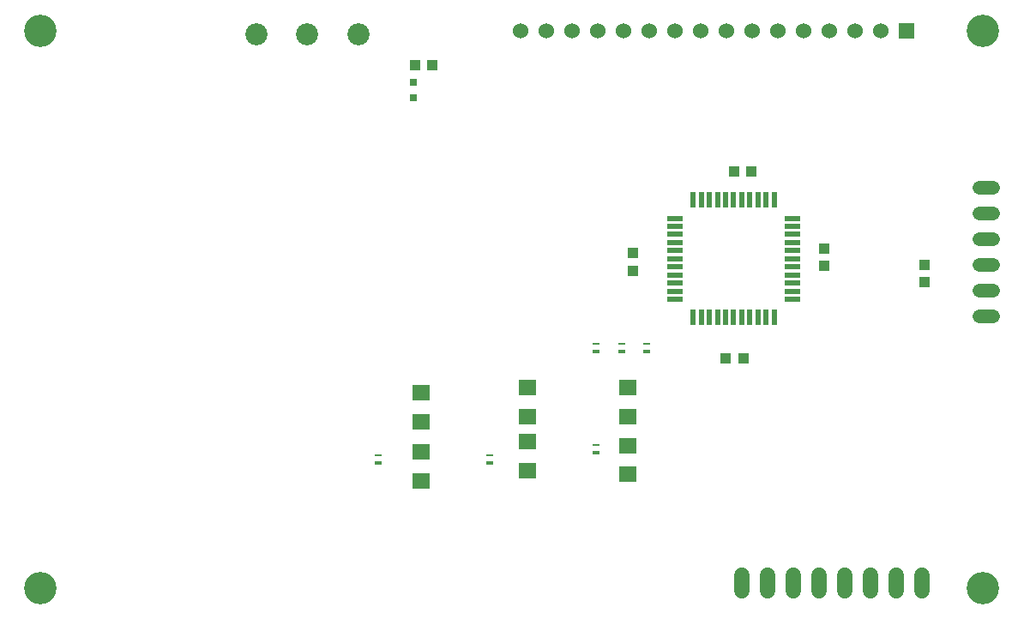
<source format=gbr>
G04 EAGLE Gerber RS-274X export*
G75*
%MOMM*%
%FSLAX34Y34*%
%LPD*%
%INSoldermask Top*%
%IPPOS*%
%AMOC8*
5,1,8,0,0,1.08239X$1,22.5*%
G01*
%ADD10R,1.000000X1.100000*%
%ADD11R,1.100000X1.000000*%
%ADD12R,0.500000X1.500000*%
%ADD13R,1.500000X0.500000*%
%ADD14R,1.803000X1.600000*%
%ADD15C,1.524000*%
%ADD16R,1.524000X1.524000*%
%ADD17C,1.524000*%
%ADD18C,3.200000*%
%ADD19R,0.700000X0.250000*%
%ADD20R,0.700000X0.450000*%
%ADD21C,1.371600*%
%ADD22C,2.184400*%
%ADD23R,0.800000X0.800000*%


D10*
X1000980Y558750D03*
X1000980Y541750D03*
D11*
X1093200Y455250D03*
X1110200Y455250D03*
D12*
X1140780Y611400D03*
X1132780Y611400D03*
X1124780Y611400D03*
X1116780Y611400D03*
X1108780Y611400D03*
X1100780Y611400D03*
X1092780Y611400D03*
X1084780Y611400D03*
X1076780Y611400D03*
X1068780Y611400D03*
X1060780Y611400D03*
D13*
X1042780Y593400D03*
X1042780Y585400D03*
X1042780Y577400D03*
X1042780Y569400D03*
X1042780Y561400D03*
X1042780Y553400D03*
X1042780Y545400D03*
X1042780Y537400D03*
X1042780Y529400D03*
X1042780Y521400D03*
X1042780Y513400D03*
D12*
X1060780Y495400D03*
X1068780Y495400D03*
X1076780Y495400D03*
X1084780Y495400D03*
X1092780Y495400D03*
X1100780Y495400D03*
X1108780Y495400D03*
X1116780Y495400D03*
X1124780Y495400D03*
X1132780Y495400D03*
X1140780Y495400D03*
D13*
X1158780Y513400D03*
X1158780Y521400D03*
X1158780Y529400D03*
X1158780Y537400D03*
X1158780Y545400D03*
X1158780Y553400D03*
X1158780Y561400D03*
X1158780Y569400D03*
X1158780Y577400D03*
X1158780Y585400D03*
X1158780Y593400D03*
D14*
X792560Y392740D03*
X792560Y421180D03*
X792560Y334240D03*
X792560Y362680D03*
X996160Y397740D03*
X996160Y426180D03*
X996160Y340510D03*
X996160Y368950D03*
X896860Y397740D03*
X896860Y426180D03*
X896860Y344240D03*
X896860Y372680D03*
D11*
X1288970Y530140D03*
X1288970Y547140D03*
D15*
X1286300Y240520D02*
X1286300Y225280D01*
X1260900Y225280D02*
X1260900Y240520D01*
X1235500Y240520D02*
X1235500Y225280D01*
X1210100Y225280D02*
X1210100Y240520D01*
X1184700Y240520D02*
X1184700Y225280D01*
X1159300Y225280D02*
X1159300Y240520D01*
X1133900Y240520D02*
X1133900Y225280D01*
X1108500Y225280D02*
X1108500Y240520D01*
D16*
X1271600Y778200D03*
D17*
X1246200Y778200D03*
X1220800Y778200D03*
X1195400Y778200D03*
X1170000Y778200D03*
X1144600Y778200D03*
X1119200Y778200D03*
X1093800Y778200D03*
X1068400Y778200D03*
X1043000Y778200D03*
X1017600Y778200D03*
X992200Y778200D03*
X966800Y778200D03*
X941400Y778200D03*
X916000Y778200D03*
X890600Y778200D03*
D18*
X1346600Y228200D03*
X1346600Y778200D03*
X416600Y778200D03*
X416600Y228200D03*
D19*
X990000Y469250D03*
D20*
X990000Y461750D03*
D19*
X965000Y469250D03*
D20*
X965000Y461750D03*
D19*
X1015000Y469250D03*
D20*
X1015000Y461750D03*
D21*
X1343142Y623500D02*
X1356858Y623500D01*
X1356858Y598100D02*
X1343142Y598100D01*
X1343142Y572700D02*
X1356858Y572700D01*
X1356858Y547300D02*
X1343142Y547300D01*
X1343142Y521900D02*
X1356858Y521900D01*
X1356858Y496500D02*
X1343142Y496500D01*
D22*
X730000Y775000D03*
X680000Y775000D03*
X630000Y775000D03*
D10*
X1190000Y546500D03*
X1190000Y563500D03*
D11*
X1118500Y640000D03*
X1101500Y640000D03*
D10*
X786500Y745000D03*
X803500Y745000D03*
D23*
X785000Y712500D03*
X785000Y727500D03*
D19*
X860000Y359250D03*
D20*
X860000Y351750D03*
D19*
X750000Y359250D03*
D20*
X750000Y351750D03*
D19*
X965000Y369250D03*
D20*
X965000Y361750D03*
M02*

</source>
